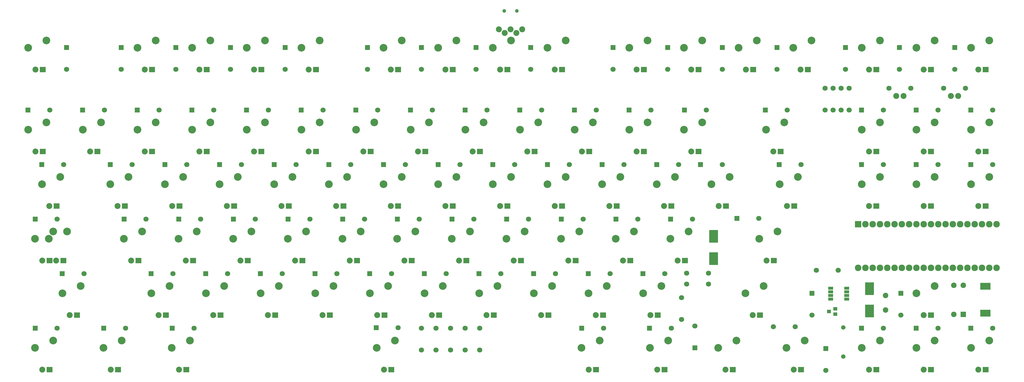
<source format=gbs>
G04 (created by PCBNEW (2013-04-19 BZR 4011)-stable) date 14/07/2013 10:02:36 PM*
%MOIN*%
G04 Gerber Fmt 3.4, Leading zero omitted, Abs format*
%FSLAX34Y34*%
G01*
G70*
G90*
G04 APERTURE LIST*
%ADD10C,0*%
%ADD11C,0.105748*%
%ADD12R,0.081748X0.074748*%
%ADD13C,0.081748*%
%ADD14C,0.089748*%
%ADD15R,0.089748X0.089748*%
%ADD16C,0.070748*%
%ADD17R,0.070748X0.070748*%
%ADD18C,0.051148*%
%ADD19R,0.065748X0.040748*%
%ADD20R,0.122048X0.173248*%
%ADD21R,0.055148X0.047248*%
%ADD22C,0.075748*%
%ADD23R,0.075748X0.075748*%
%ADD24C,0.074848*%
%ADD25R,0.141732X0.0944882*%
%ADD26C,0.060748*%
G04 APERTURE END LIST*
G54D10*
G54D11*
X110072Y-42095D03*
X107572Y-43095D03*
G54D12*
X109572Y-46095D03*
G54D13*
X108572Y-46095D03*
X128260Y-15970D03*
X129260Y-15970D03*
X135760Y-15970D03*
X136760Y-15970D03*
G54D14*
X123010Y-39595D03*
X124010Y-39595D03*
X125010Y-39595D03*
X126010Y-39595D03*
X127010Y-39595D03*
X128010Y-39595D03*
X129010Y-39595D03*
X130010Y-39595D03*
X131010Y-39595D03*
X132010Y-39595D03*
X133010Y-39595D03*
X134010Y-39595D03*
X135010Y-39595D03*
X136010Y-39595D03*
X137010Y-39595D03*
X138010Y-39595D03*
X139010Y-39595D03*
X140010Y-39595D03*
X141010Y-39595D03*
X142010Y-39595D03*
X142010Y-33595D03*
X141010Y-33595D03*
X140010Y-33595D03*
X139010Y-33595D03*
X138010Y-33595D03*
X137010Y-33595D03*
X136010Y-33595D03*
X135010Y-33595D03*
X134010Y-33595D03*
X133010Y-33595D03*
X132010Y-33595D03*
X131010Y-33595D03*
X130010Y-33595D03*
X129010Y-33595D03*
X128010Y-33595D03*
X127010Y-33595D03*
X126010Y-33595D03*
X125010Y-33595D03*
X124010Y-33595D03*
G54D15*
X123010Y-33595D03*
G54D16*
X65100Y-50900D03*
X65100Y-47900D03*
X69100Y-50900D03*
X69100Y-47900D03*
X71100Y-50900D03*
X71100Y-47900D03*
X111400Y-47700D03*
X114400Y-47700D03*
X118500Y-14900D03*
X118500Y-17900D03*
X119600Y-14900D03*
X119600Y-17900D03*
X120700Y-14900D03*
X120700Y-17900D03*
X98800Y-43700D03*
X98800Y-46700D03*
X121800Y-14900D03*
X121800Y-17900D03*
G54D11*
X11635Y-19595D03*
X9135Y-20595D03*
G54D12*
X11135Y-23595D03*
G54D13*
X10135Y-23595D03*
G54D11*
X141010Y-49595D03*
X138510Y-50595D03*
G54D12*
X140510Y-53595D03*
G54D13*
X139510Y-53595D03*
G54D11*
X133510Y-27095D03*
X131010Y-28095D03*
G54D12*
X133010Y-31095D03*
G54D13*
X132010Y-31095D03*
G54D11*
X109135Y-8345D03*
X106635Y-9345D03*
G54D12*
X108635Y-12345D03*
G54D13*
X107635Y-12345D03*
G54D11*
X105385Y-27095D03*
X102885Y-28095D03*
G54D12*
X104885Y-31095D03*
G54D13*
X103885Y-31095D03*
G54D11*
X101635Y-19595D03*
X99135Y-20595D03*
G54D12*
X101135Y-23595D03*
G54D13*
X100135Y-23595D03*
G54D11*
X126010Y-8345D03*
X123510Y-9345D03*
G54D12*
X125510Y-12345D03*
G54D13*
X124510Y-12345D03*
G54D11*
X133510Y-19595D03*
X131010Y-20595D03*
G54D12*
X133010Y-23595D03*
G54D13*
X132010Y-23595D03*
G54D11*
X99760Y-34595D03*
X97260Y-35595D03*
G54D12*
X99260Y-38595D03*
G54D13*
X98260Y-38595D03*
G54D11*
X79135Y-19595D03*
X76635Y-20595D03*
G54D12*
X78635Y-23595D03*
G54D13*
X77635Y-23595D03*
G54D11*
X126010Y-27095D03*
X123510Y-28095D03*
G54D12*
X125510Y-31095D03*
G54D13*
X124510Y-31095D03*
G54D11*
X133510Y-8345D03*
X131010Y-9345D03*
G54D12*
X133010Y-12345D03*
G54D13*
X132010Y-12345D03*
G54D11*
X116635Y-8345D03*
X114135Y-9345D03*
G54D12*
X116135Y-12345D03*
G54D13*
X115135Y-12345D03*
G54D11*
X36010Y-42095D03*
X33510Y-43095D03*
G54D12*
X35510Y-46095D03*
G54D13*
X34510Y-46095D03*
G54D11*
X60385Y-27095D03*
X57885Y-28095D03*
G54D12*
X59885Y-31095D03*
G54D13*
X58885Y-31095D03*
G54D11*
X56635Y-19595D03*
X54135Y-20595D03*
G54D12*
X56135Y-23595D03*
G54D13*
X55135Y-23595D03*
G54D11*
X49135Y-8345D03*
X46635Y-9345D03*
G54D12*
X48635Y-12345D03*
G54D13*
X47635Y-12345D03*
G54D11*
X51010Y-42095D03*
X48510Y-43095D03*
G54D12*
X50510Y-46095D03*
G54D13*
X49510Y-46095D03*
G54D11*
X47260Y-34595D03*
X44760Y-35595D03*
G54D12*
X46760Y-38595D03*
G54D13*
X45760Y-38595D03*
G54D11*
X52885Y-27095D03*
X50385Y-28095D03*
G54D12*
X52385Y-31095D03*
G54D13*
X51385Y-31095D03*
G54D11*
X49135Y-19595D03*
X46635Y-20595D03*
G54D12*
X48635Y-23595D03*
G54D13*
X47635Y-23595D03*
G54D11*
X41635Y-8345D03*
X39135Y-9345D03*
G54D12*
X41135Y-12345D03*
G54D13*
X40135Y-12345D03*
G54D11*
X43510Y-42095D03*
X41010Y-43095D03*
G54D12*
X43010Y-46095D03*
G54D13*
X42010Y-46095D03*
G54D11*
X39760Y-34595D03*
X37260Y-35595D03*
G54D12*
X39260Y-38595D03*
G54D13*
X38260Y-38595D03*
G54D11*
X45385Y-27095D03*
X42885Y-28095D03*
G54D12*
X44885Y-31095D03*
G54D13*
X43885Y-31095D03*
G54D11*
X41635Y-19595D03*
X39135Y-20595D03*
G54D12*
X41135Y-23595D03*
G54D13*
X40135Y-23595D03*
G54D11*
X34135Y-8345D03*
X31635Y-9345D03*
G54D12*
X33635Y-12345D03*
G54D13*
X32635Y-12345D03*
G54D11*
X101635Y-8345D03*
X99135Y-9345D03*
G54D12*
X101135Y-12345D03*
G54D13*
X100135Y-12345D03*
G54D11*
X32260Y-34595D03*
X29760Y-35595D03*
G54D12*
X31760Y-38595D03*
G54D13*
X30760Y-38595D03*
G54D11*
X37885Y-27095D03*
X35385Y-28095D03*
G54D12*
X37385Y-31095D03*
G54D13*
X36385Y-31095D03*
G54D11*
X34135Y-19595D03*
X31635Y-20595D03*
G54D12*
X33635Y-23595D03*
G54D13*
X32635Y-23595D03*
G54D11*
X26635Y-8345D03*
X24135Y-9345D03*
G54D12*
X26135Y-12345D03*
G54D13*
X25135Y-12345D03*
G54D11*
X28510Y-42095D03*
X26010Y-43095D03*
G54D12*
X28010Y-46095D03*
G54D13*
X27010Y-46095D03*
G54D11*
X24760Y-34595D03*
X22260Y-35595D03*
G54D12*
X24260Y-38595D03*
G54D13*
X23260Y-38595D03*
G54D11*
X30385Y-27095D03*
X27885Y-28095D03*
G54D12*
X29885Y-31095D03*
G54D13*
X28885Y-31095D03*
G54D11*
X26635Y-19595D03*
X24135Y-20595D03*
G54D12*
X26135Y-23595D03*
G54D13*
X25135Y-23595D03*
G54D11*
X22885Y-27095D03*
X20385Y-28095D03*
G54D12*
X22385Y-31095D03*
G54D13*
X21385Y-31095D03*
G54D11*
X19135Y-19595D03*
X16635Y-20595D03*
G54D12*
X18635Y-23595D03*
G54D13*
X17635Y-23595D03*
G54D11*
X11635Y-8345D03*
X9135Y-9345D03*
G54D12*
X11135Y-12345D03*
G54D13*
X10135Y-12345D03*
G54D11*
X54760Y-34595D03*
X52260Y-35595D03*
G54D12*
X54260Y-38595D03*
G54D13*
X53260Y-38595D03*
G54D11*
X96010Y-42095D03*
X93510Y-43095D03*
G54D12*
X95510Y-46095D03*
G54D13*
X94510Y-46095D03*
G54D11*
X92260Y-34595D03*
X89760Y-35595D03*
G54D12*
X91760Y-38595D03*
G54D13*
X90760Y-38595D03*
G54D11*
X97885Y-27095D03*
X95385Y-28095D03*
G54D12*
X97385Y-31095D03*
G54D13*
X96385Y-31095D03*
G54D11*
X94135Y-19595D03*
X91635Y-20595D03*
G54D12*
X93635Y-23595D03*
G54D13*
X92635Y-23595D03*
G54D11*
X94135Y-8345D03*
X91635Y-9345D03*
G54D12*
X93635Y-12345D03*
G54D13*
X92635Y-12345D03*
G54D11*
X88510Y-42095D03*
X86010Y-43095D03*
G54D12*
X88010Y-46095D03*
G54D13*
X87010Y-46095D03*
G54D11*
X84760Y-34595D03*
X82260Y-35595D03*
G54D12*
X84260Y-38595D03*
G54D13*
X83260Y-38595D03*
G54D11*
X90385Y-27095D03*
X87885Y-28095D03*
G54D12*
X89885Y-31095D03*
G54D13*
X88885Y-31095D03*
G54D11*
X86635Y-19595D03*
X84135Y-20595D03*
G54D12*
X86135Y-23595D03*
G54D13*
X85135Y-23595D03*
G54D11*
X82885Y-8345D03*
X80385Y-9345D03*
G54D12*
X82385Y-12345D03*
G54D13*
X81385Y-12345D03*
G54D11*
X81010Y-42095D03*
X78510Y-43095D03*
G54D12*
X80510Y-46095D03*
G54D13*
X79510Y-46095D03*
G54D11*
X77260Y-34595D03*
X74760Y-35595D03*
G54D12*
X76760Y-38595D03*
G54D13*
X75760Y-38595D03*
G54D11*
X82885Y-27095D03*
X80385Y-28095D03*
G54D12*
X82385Y-31095D03*
G54D13*
X81385Y-31095D03*
G54D11*
X75385Y-8345D03*
X72885Y-9345D03*
G54D12*
X74885Y-12345D03*
G54D13*
X73885Y-12345D03*
G54D11*
X73510Y-42095D03*
X71010Y-43095D03*
G54D12*
X73010Y-46095D03*
G54D13*
X72010Y-46095D03*
G54D11*
X69760Y-34595D03*
X67260Y-35595D03*
G54D12*
X69260Y-38595D03*
G54D13*
X68260Y-38595D03*
G54D11*
X75385Y-27095D03*
X72885Y-28095D03*
G54D12*
X74885Y-31095D03*
G54D13*
X73885Y-31095D03*
G54D11*
X71635Y-19595D03*
X69135Y-20595D03*
G54D12*
X71135Y-23595D03*
G54D13*
X70135Y-23595D03*
G54D11*
X67885Y-8345D03*
X65385Y-9345D03*
G54D12*
X67385Y-12345D03*
G54D13*
X66385Y-12345D03*
G54D11*
X66010Y-42095D03*
X63510Y-43095D03*
G54D12*
X65510Y-46095D03*
G54D13*
X64510Y-46095D03*
G54D11*
X62260Y-34595D03*
X59760Y-35595D03*
G54D12*
X61760Y-38595D03*
G54D13*
X60760Y-38595D03*
G54D11*
X67885Y-27095D03*
X65385Y-28095D03*
G54D12*
X67385Y-31095D03*
G54D13*
X66385Y-31095D03*
G54D11*
X64135Y-19595D03*
X61635Y-20595D03*
G54D12*
X63635Y-23595D03*
G54D13*
X62635Y-23595D03*
G54D11*
X60385Y-8345D03*
X57885Y-9345D03*
G54D12*
X59885Y-12345D03*
G54D13*
X58885Y-12345D03*
G54D11*
X58510Y-42095D03*
X56010Y-43095D03*
G54D12*
X58010Y-46095D03*
G54D13*
X57010Y-46095D03*
G54D11*
X133510Y-49595D03*
X131010Y-50595D03*
G54D12*
X133010Y-53595D03*
G54D13*
X132010Y-53595D03*
G54D11*
X133510Y-42095D03*
X131010Y-43095D03*
G54D12*
X133010Y-46095D03*
G54D13*
X132010Y-46095D03*
G54D11*
X126010Y-49595D03*
X123510Y-50595D03*
G54D12*
X125510Y-53595D03*
G54D13*
X124510Y-53595D03*
G54D11*
X126010Y-19595D03*
X123510Y-20595D03*
G54D12*
X125510Y-23595D03*
G54D13*
X124510Y-23595D03*
G54D11*
X141010Y-8345D03*
X138510Y-9345D03*
G54D12*
X140510Y-12345D03*
G54D13*
X139510Y-12345D03*
G54D11*
X141010Y-19595D03*
X138510Y-20595D03*
G54D12*
X140510Y-23595D03*
G54D13*
X139510Y-23595D03*
G54D11*
X141010Y-27095D03*
X138510Y-28095D03*
G54D12*
X140510Y-31095D03*
G54D13*
X139510Y-31095D03*
G54D11*
X114760Y-27095D03*
X112260Y-28095D03*
G54D12*
X114260Y-31095D03*
G54D13*
X113260Y-31095D03*
G54D11*
X13510Y-27095D03*
X11010Y-28095D03*
G54D12*
X13010Y-31095D03*
G54D13*
X12010Y-31095D03*
G54D11*
X31322Y-49595D03*
X28822Y-50595D03*
G54D12*
X30822Y-53595D03*
G54D13*
X29822Y-53595D03*
G54D11*
X21947Y-49595D03*
X19447Y-50595D03*
G54D12*
X21447Y-53595D03*
G54D13*
X20447Y-53595D03*
G54D11*
X12572Y-49595D03*
X10072Y-50595D03*
G54D12*
X12072Y-53595D03*
G54D13*
X11072Y-53595D03*
G54D11*
X106322Y-49595D03*
X103822Y-50595D03*
G54D12*
X105822Y-53595D03*
G54D13*
X104822Y-53595D03*
G54D11*
X115697Y-49595D03*
X113197Y-50595D03*
G54D12*
X115197Y-53595D03*
G54D13*
X114197Y-53595D03*
G54D11*
X96947Y-49595D03*
X94447Y-50595D03*
G54D12*
X96447Y-53595D03*
G54D13*
X95447Y-53595D03*
G54D11*
X87572Y-49595D03*
X85072Y-50595D03*
G54D12*
X87072Y-53595D03*
G54D13*
X86072Y-53595D03*
G54D11*
X59447Y-49595D03*
X56947Y-50595D03*
G54D12*
X58947Y-53595D03*
G54D13*
X57947Y-53595D03*
G54D11*
X111947Y-34595D03*
X109447Y-35595D03*
G54D12*
X111447Y-38595D03*
G54D13*
X110447Y-38595D03*
G54D11*
X16322Y-42095D03*
X13822Y-43095D03*
G54D12*
X15822Y-46095D03*
G54D13*
X14822Y-46095D03*
X12947Y-38595D03*
G54D12*
X13947Y-38595D03*
G54D11*
X11947Y-35595D03*
X14447Y-34595D03*
X12572Y-34595D03*
X10072Y-35595D03*
G54D12*
X12072Y-38595D03*
G54D13*
X11072Y-38595D03*
G54D11*
X112885Y-19595D03*
X110385Y-20595D03*
G54D12*
X112385Y-23595D03*
G54D13*
X111385Y-23595D03*
G54D17*
X65400Y-25400D03*
G54D16*
X68400Y-25400D03*
G54D17*
X76600Y-17900D03*
G54D16*
X79600Y-17900D03*
G54D17*
X70600Y-9300D03*
G54D16*
X70600Y-12300D03*
G54D17*
X71000Y-40400D03*
G54D16*
X74000Y-40400D03*
G54D17*
X67300Y-32900D03*
G54D16*
X70300Y-32900D03*
G54D17*
X72900Y-25400D03*
G54D16*
X75900Y-25400D03*
G54D17*
X69100Y-17900D03*
G54D16*
X72100Y-17900D03*
G54D17*
X63100Y-9300D03*
G54D16*
X63100Y-12300D03*
G54D17*
X111900Y-9300D03*
G54D16*
X111900Y-12300D03*
G54D17*
X63500Y-40400D03*
G54D16*
X66500Y-40400D03*
G54D17*
X59800Y-32900D03*
G54D16*
X62800Y-32900D03*
G54D17*
X123500Y-17900D03*
G54D16*
X126500Y-17900D03*
G54D17*
X80400Y-25400D03*
G54D16*
X83400Y-25400D03*
G54D17*
X61600Y-17900D03*
G54D16*
X64600Y-17900D03*
G54D17*
X123500Y-25400D03*
G54D16*
X126500Y-25400D03*
G54D17*
X55700Y-9300D03*
G54D16*
X55700Y-12300D03*
G54D17*
X56000Y-40400D03*
G54D16*
X59000Y-40400D03*
G54D17*
X57900Y-25400D03*
G54D16*
X60900Y-25400D03*
G54D17*
X121300Y-9300D03*
G54D16*
X121300Y-12300D03*
G54D17*
X54100Y-17900D03*
G54D16*
X57100Y-17900D03*
G54D17*
X44400Y-9300D03*
G54D16*
X44400Y-12300D03*
G54D17*
X131000Y-17900D03*
G54D16*
X134000Y-17900D03*
G54D17*
X86000Y-40400D03*
G54D16*
X89000Y-40400D03*
G54D17*
X99200Y-17900D03*
G54D16*
X102200Y-17900D03*
G54D17*
X96900Y-9300D03*
G54D16*
X96900Y-12300D03*
G54D17*
X56885Y-47845D03*
G54D16*
X59885Y-47845D03*
G54D17*
X93500Y-40400D03*
G54D16*
X96500Y-40400D03*
G54D17*
X101400Y-25400D03*
G54D16*
X104400Y-25400D03*
G54D17*
X89800Y-32900D03*
G54D16*
X92800Y-32900D03*
G54D17*
X95400Y-25400D03*
G54D16*
X98400Y-25400D03*
G54D17*
X97300Y-32900D03*
G54D16*
X100300Y-32900D03*
G54D17*
X91600Y-17900D03*
G54D16*
X94600Y-17900D03*
G54D17*
X89400Y-9300D03*
G54D16*
X89400Y-12300D03*
G54D17*
X14400Y-9300D03*
G54D16*
X14400Y-12300D03*
G54D17*
X82300Y-32900D03*
G54D16*
X85300Y-32900D03*
G54D17*
X104400Y-9300D03*
G54D16*
X104400Y-12300D03*
G54D17*
X87900Y-25400D03*
G54D16*
X90900Y-25400D03*
G54D17*
X84100Y-17900D03*
G54D16*
X87100Y-17900D03*
G54D17*
X110300Y-17900D03*
G54D16*
X113300Y-17900D03*
G54D17*
X78100Y-9300D03*
G54D16*
X78100Y-12300D03*
G54D17*
X78500Y-40400D03*
G54D16*
X81500Y-40400D03*
G54D17*
X112200Y-25400D03*
G54D16*
X115200Y-25400D03*
G54D17*
X74800Y-32900D03*
G54D16*
X77800Y-32900D03*
G54D17*
X52300Y-32900D03*
G54D16*
X55300Y-32900D03*
G54D17*
X26000Y-40400D03*
G54D16*
X29000Y-40400D03*
G54D17*
X29400Y-9300D03*
G54D16*
X29400Y-12300D03*
G54D17*
X28900Y-47900D03*
G54D16*
X31900Y-47900D03*
G54D17*
X33500Y-40400D03*
G54D16*
X36500Y-40400D03*
G54D17*
X29800Y-32900D03*
G54D16*
X32800Y-32900D03*
G54D17*
X48500Y-40400D03*
G54D16*
X51500Y-40400D03*
G54D17*
X31600Y-17900D03*
G54D16*
X34600Y-17900D03*
G54D17*
X94400Y-47900D03*
G54D16*
X97400Y-47900D03*
G54D17*
X21900Y-9300D03*
G54D16*
X21900Y-12300D03*
G54D17*
X19500Y-47900D03*
G54D16*
X22500Y-47900D03*
G54D17*
X35400Y-25400D03*
G54D16*
X38400Y-25400D03*
G54D17*
X22300Y-32900D03*
G54D16*
X25300Y-32900D03*
G54D17*
X11000Y-25400D03*
G54D16*
X14000Y-25400D03*
G54D17*
X27900Y-25400D03*
G54D16*
X30900Y-25400D03*
G54D17*
X24100Y-17900D03*
G54D16*
X27100Y-17900D03*
G54D17*
X9100Y-17900D03*
G54D16*
X12100Y-17900D03*
G54D17*
X10100Y-47900D03*
G54D16*
X13100Y-47900D03*
G54D17*
X13800Y-40400D03*
G54D16*
X16800Y-40400D03*
G54D17*
X10100Y-32900D03*
G54D16*
X13100Y-32900D03*
G54D17*
X20400Y-25400D03*
G54D16*
X23400Y-25400D03*
G54D17*
X16600Y-17900D03*
G54D16*
X19600Y-17900D03*
G54D17*
X85100Y-47900D03*
G54D16*
X88100Y-47900D03*
G54D17*
X46600Y-17900D03*
G54D16*
X49600Y-17900D03*
G54D17*
X50400Y-25400D03*
G54D16*
X53400Y-25400D03*
G54D17*
X36900Y-9300D03*
G54D16*
X36900Y-12300D03*
G54D17*
X131000Y-25400D03*
G54D16*
X134000Y-25400D03*
G54D17*
X41000Y-40400D03*
G54D16*
X44000Y-40400D03*
G54D17*
X37300Y-32900D03*
G54D16*
X40300Y-32900D03*
G54D17*
X44800Y-32900D03*
G54D16*
X47800Y-32900D03*
G54D17*
X42900Y-25400D03*
G54D16*
X45900Y-25400D03*
G54D17*
X128700Y-9300D03*
G54D16*
X128700Y-12300D03*
G54D17*
X39100Y-17900D03*
G54D16*
X42100Y-17900D03*
G54D17*
X106400Y-32800D03*
G54D16*
X109400Y-32800D03*
G54D17*
X116700Y-43100D03*
G54D16*
X116700Y-46100D03*
G54D17*
X118600Y-50700D03*
G54D16*
X118600Y-53700D03*
G54D17*
X123500Y-47900D03*
G54D16*
X126500Y-47900D03*
G54D17*
X100635Y-50595D03*
G54D16*
X100635Y-47595D03*
G54D17*
X128885Y-43095D03*
G54D16*
X128885Y-46095D03*
G54D17*
X131000Y-47900D03*
G54D16*
X134000Y-47900D03*
G54D17*
X136300Y-9300D03*
G54D16*
X136300Y-12300D03*
G54D17*
X138500Y-17900D03*
G54D16*
X141500Y-17900D03*
G54D17*
X138500Y-25400D03*
G54D16*
X141500Y-25400D03*
G54D17*
X138500Y-47900D03*
G54D16*
X141500Y-47900D03*
G54D18*
X76185Y-4280D03*
X74454Y-4280D03*
G54D13*
X73720Y-6820D03*
X74520Y-7320D03*
X75320Y-6820D03*
X76120Y-7320D03*
X76920Y-6820D03*
G54D19*
X121450Y-42400D03*
X121450Y-42900D03*
X121450Y-43400D03*
X121450Y-43900D03*
X119250Y-43900D03*
X119250Y-43400D03*
X119250Y-42900D03*
X119250Y-42400D03*
G54D20*
X124600Y-42469D03*
X124600Y-45531D03*
G54D21*
X119017Y-45600D03*
X119883Y-45975D03*
X119883Y-45225D03*
G54D22*
X136150Y-46000D03*
X136150Y-42000D03*
G54D16*
X117300Y-39950D03*
X120300Y-39950D03*
X102500Y-41850D03*
X99500Y-41850D03*
X99500Y-40350D03*
X102500Y-40350D03*
G54D23*
X137450Y-46000D03*
G54D22*
X137450Y-42000D03*
G54D24*
X126800Y-45400D03*
X126800Y-43400D03*
G54D20*
X103200Y-35269D03*
X103200Y-38331D03*
G54D25*
X140500Y-45850D03*
X140500Y-42149D03*
G54D16*
X127250Y-14900D03*
X130250Y-14900D03*
X134750Y-14900D03*
X137750Y-14900D03*
X63100Y-50900D03*
X63100Y-47900D03*
X67100Y-50900D03*
X67100Y-47900D03*
G54D26*
X121000Y-47800D03*
X121000Y-51800D03*
M02*

</source>
